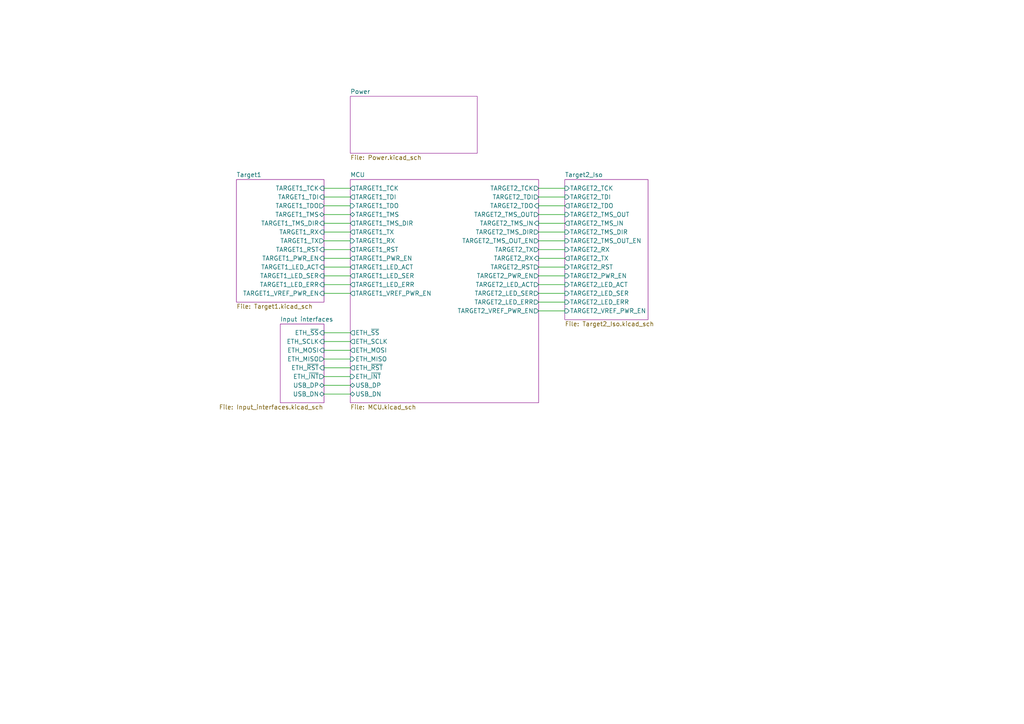
<source format=kicad_sch>
(kicad_sch (version 20211123) (generator eeschema)
  (paper "A4")
  (lib_symbols)
  (wire (pts (xy 93.98 101.6) (xy 101.6 101.6)))
  (wire (pts (xy 156.21 54.61) (xy 163.83 54.61)))
  (wire (pts (xy 156.21 80.01) (xy 163.83 80.01)))
  (wire (pts (xy 156.21 62.23) (xy 163.83 62.23)))
  (wire (pts (xy 156.21 74.93) (xy 163.83 74.93)))
  (wire (pts (xy 156.21 82.55) (xy 163.83 82.55)))
  (wire (pts (xy 93.98 72.39) (xy 101.6 72.39)))
  (wire (pts (xy 93.98 99.06) (xy 101.6 99.06)))
  (wire (pts (xy 93.98 74.93) (xy 101.6 74.93)))
  (wire (pts (xy 93.98 82.55) (xy 101.6 82.55)))
  (wire (pts (xy 93.98 104.14) (xy 101.6 104.14)))
  (wire (pts (xy 93.98 64.77) (xy 101.6 64.77)))
  (wire (pts (xy 156.21 72.39) (xy 163.83 72.39)))
  (wire (pts (xy 156.21 69.85) (xy 163.83 69.85)))
  (wire (pts (xy 93.98 77.47) (xy 101.6 77.47)))
  (wire (pts (xy 93.98 54.61) (xy 101.6 54.61)))
  (wire (pts (xy 93.98 57.15) (xy 101.6 57.15)))
  (wire (pts (xy 93.98 59.69) (xy 101.6 59.69)))
  (wire (pts (xy 93.98 80.01) (xy 101.6 80.01)))
  (wire (pts (xy 93.98 114.3) (xy 101.6 114.3)))
  (wire (pts (xy 156.21 85.09) (xy 163.83 85.09)))
  (wire (pts (xy 93.98 111.76) (xy 101.6 111.76)))
  (wire (pts (xy 156.21 59.69) (xy 163.83 59.69)))
  (wire (pts (xy 156.21 90.17) (xy 163.83 90.17)))
  (wire (pts (xy 93.98 69.85) (xy 101.6 69.85)))
  (wire (pts (xy 156.21 64.77) (xy 163.83 64.77)))
  (wire (pts (xy 93.98 67.31) (xy 101.6 67.31)))
  (wire (pts (xy 93.98 62.23) (xy 101.6 62.23)))
  (wire (pts (xy 93.98 106.68) (xy 101.6 106.68)))
  (wire (pts (xy 156.21 67.31) (xy 163.83 67.31)))
  (wire (pts (xy 93.98 109.22) (xy 101.6 109.22)))
  (wire (pts (xy 156.21 57.15) (xy 163.83 57.15)))
  (wire (pts (xy 156.21 77.47) (xy 163.83 77.47)))
  (wire (pts (xy 93.98 85.09) (xy 101.6 85.09)))
  (wire (pts (xy 93.98 96.52) (xy 101.6 96.52)))
  (wire (pts (xy 156.21 87.63) (xy 163.83 87.63)))
  (sheet (at 101.6 27.94) (size 36.83 16.51) (stroke (width 0.0006) (color 132 0 132 1)) (fill (color 255 255 255 0.0000))
    (property "Sheet name" "Power" (at 101.6 27.3043 0) (effects (justify left bottom)))
    (property "Sheet file" "Power.kicad_sch" (at 101.6 44.9587 0) (effects (justify left top)))
  )
  (sheet (at 81.28 93.98) (size 12.7 22.86) (stroke (width 0.0006) (color 132 0 132 1)) (fill (color 255 255 255 0.0000))
    (property "Sheet name" "Input interfaces" (at 81.28 93.3443 0) (effects (justify left bottom)))
    (property "Sheet file" "Input_interfaces.kicad_sch" (at 63.5 117.3487 0) (effects (justify left top)))
    (pin "ETH_SCLK" input (at 93.98 99.06 0))
    (pin "ETH_MOSI" input (at 93.98 101.6 0))
    (pin "ETH_MISO" output (at 93.98 104.14 0))
    (pin "USB_DP" bidirectional (at 93.98 111.76 0))
    (pin "USB_DN" bidirectional (at 93.98 114.3 0))
    (pin "ETH_~{SS}" input (at 93.98 96.52 0))
    (pin "ETH_~{RST}" input (at 93.98 106.68 0))
    (pin "ETH_~{INT}" output (at 93.98 109.22 0))
  )
  (sheet (at 68.58 52.07) (size 25.4 35.56) (stroke (width 0.0006) (color 132 0 132 1)) (fill (color 255 255 255 0.0000))
    (property "Sheet name" "Target1" (at 68.58 51.4343 0) (effects (justify left bottom)))
    (property "Sheet file" "Target1.kicad_sch" (at 68.58 88.1387 0) (effects (justify left top)))
    (pin "TARGET1_TMS_DIR" input (at 93.98 64.77 0))
    (pin "TARGET1_TMS" bidirectional (at 93.98 62.23 0))
    (pin "TARGET1_TDO" output (at 93.98 59.69 0))
    (pin "TARGET1_TCK" input (at 93.98 54.61 0))
    (pin "TARGET1_TDI" input (at 93.98 57.15 0))
    (pin "TARGET1_LED_ACT" input (at 93.98 77.47 0))
    (pin "TARGET1_LED_SER" input (at 93.98 80.01 0))
    (pin "TARGET1_LED_ERR" input (at 93.98 82.55 0))
    (pin "TARGET1_RST" input (at 93.98 72.39 0))
    (pin "TARGET1_RX" input (at 93.98 67.31 0))
    (pin "TARGET1_TX" output (at 93.98 69.85 0))
    (pin "TARGET1_VREF_PWR_EN" input (at 93.98 85.09 0))
    (pin "TARGET1_PWR_EN" input (at 93.98 74.93 0))
  )
  (sheet (at 163.83 52.07) (size 24.13 40.64) (stroke (width 0.0006) (color 132 0 132 1)) (fill (color 255 255 255 0.0000))
    (property "Sheet name" "Target2_Iso" (at 163.83 51.4343 0) (effects (justify left bottom)))
    (property "Sheet file" "Target2_Iso.kicad_sch" (at 163.83 93.2187 0) (effects (justify left top)))
    (pin "TARGET2_TMS_OUT" input (at 163.83 62.23 180))
    (pin "TARGET2_TX" output (at 163.83 74.93 180))
    (pin "TARGET2_TMS_IN" output (at 163.83 64.77 180))
    (pin "TARGET2_TDO" output (at 163.83 59.69 180))
    (pin "TARGET2_RX" input (at 163.83 72.39 180))
    (pin "TARGET2_RST" input (at 163.83 77.47 180))
    (pin "TARGET2_PWR_EN" input (at 163.83 80.01 180))
    (pin "TARGET2_TMS_DIR" input (at 163.83 67.31 180))
    (pin "TARGET2_TMS_OUT_EN" input (at 163.83 69.85 180))
    (pin "TARGET2_TDI" input (at 163.83 57.15 180))
    (pin "TARGET2_TCK" input (at 163.83 54.61 180))
    (pin "TARGET2_LED_ERR" input (at 163.83 87.63 180))
    (pin "TARGET2_LED_SER" input (at 163.83 85.09 180))
    (pin "TARGET2_LED_ACT" input (at 163.83 82.55 180))
    (pin "TARGET2_VREF_PWR_EN" input (at 163.83 90.17 180))
  )
  (sheet (at 101.6 52.07) (size 54.61 64.77) (stroke (width 0.0006) (color 132 0 132 1)) (fill (color 255 255 255 0.0000))
    (property "Sheet name" "MCU" (at 101.6 51.4343 0) (effects (justify left bottom)))
    (property "Sheet file" "MCU.kicad_sch" (at 101.6 117.3487 0) (effects (justify left top)))
    (pin "TARGET2_PWR_EN" output (at 156.21 80.01 0))
    (pin "TARGET2_TMS_OUT" output (at 156.21 62.23 0))
    (pin "TARGET2_RX" input (at 156.21 74.93 0))
    (pin "TARGET2_TX" output (at 156.21 72.39 0))
    (pin "TARGET2_TDO" input (at 156.21 59.69 0))
    (pin "TARGET1_TMS" bidirectional (at 101.6 62.23 180))
    (pin "TARGET1_TX" output (at 101.6 67.31 180))
    (pin "TARGET1_TCK" output (at 101.6 54.61 180))
    (pin "TARGET1_RX" input (at 101.6 69.85 180))
    (pin "TARGET2_TMS_OUT_EN" output (at 156.21 69.85 0))
    (pin "TARGET2_RST" output (at 156.21 77.47 0))
    (pin "TARGET2_TCK" output (at 156.21 54.61 0))
    (pin "TARGET2_TMS_DIR" output (at 156.21 67.31 0))
    (pin "TARGET2_TMS_IN" input (at 156.21 64.77 0))
    (pin "TARGET2_TDI" output (at 156.21 57.15 0))
    (pin "ETH_SCLK" output (at 101.6 99.06 180))
    (pin "ETH_MOSI" output (at 101.6 101.6 180))
    (pin "TARGET1_RST" output (at 101.6 72.39 180))
    (pin "TARGET1_TDO" input (at 101.6 59.69 180))
    (pin "TARGET1_TMS_DIR" output (at 101.6 64.77 180))
    (pin "TARGET1_TDI" output (at 101.6 57.15 180))
    (pin "ETH_MISO" input (at 101.6 104.14 180))
    (pin "USB_DN" bidirectional (at 101.6 114.3 180))
    (pin "USB_DP" bidirectional (at 101.6 111.76 180))
    (pin "TARGET1_LED_ERR" output (at 101.6 82.55 180))
    (pin "TARGET1_LED_SER" output (at 101.6 80.01 180))
    (pin "TARGET2_LED_ERR" output (at 156.21 87.63 0))
    (pin "TARGET2_LED_ACT" output (at 156.21 82.55 0))
    (pin "TARGET2_LED_SER" output (at 156.21 85.09 0))
    (pin "TARGET1_LED_ACT" output (at 101.6 77.47 180))
    (pin "ETH_~{SS}" output (at 101.6 96.52 180))
    (pin "ETH_~{INT}" input (at 101.6 109.22 180))
    (pin "ETH_~{RST}" output (at 101.6 106.68 180))
    (pin "TARGET1_VREF_PWR_EN" output (at 101.6 85.09 180))
    (pin "TARGET2_VREF_PWR_EN" output (at 156.21 90.17 0))
    (pin "TARGET1_PWR_EN" output (at 101.6 74.93 180))
  )
)
</source>
